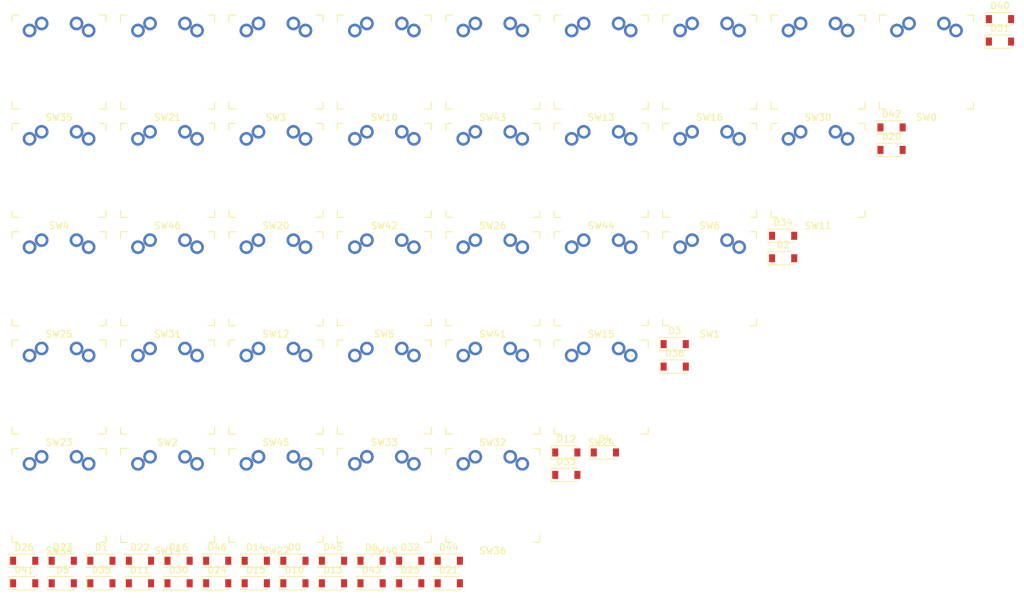
<source format=kicad_pcb>
(kicad_pcb (version 20211014) (generator pcbnew)
  (layers (0 "F.Cu" signal) (31 "B.Cu" signal) (34 "B.Paste" user) (35 "F.Paste" user) (36 "B.SilkS" user "B.Silkscreen") (37 "F.SilkS" user "F.Silkscreen") (38 "B.Mask" user) (39 "F.Mask" user) (44 "Edge.Cuts" user))
  (net 0 "")
  (net 1 "Net-(D0-Pad1)")
  (net 2 "Net-(D0-Pad2)")
  (net 4 "Net-(D1-Pad2)")
  (net 6 "Net-(D2-Pad2)")
  (net 8 "Net-(D3-Pad2)")
  (net 10 "Net-(D4-Pad2)")
  (net 12 "Net-(D5-Pad2)")
  (net 14 "Net-(D6-Pad2)")
  (net 15 "Net-(D10-Pad2)")
  (net 17 "Net-(D11-Pad2)")
  (net 19 "Net-(D12-Pad2)")
  (net 21 "Net-(D13-Pad2)")
  (net 23 "Net-(D14-Pad2)")
  (net 25 "Net-(D15-Pad2)")
  (net 27 "Net-(D16-Pad2)")
  (net 28 "Net-(D20-Pad2)")
  (net 30 "Net-(D21-Pad2)")
  (net 32 "Net-(D22-Pad2)")
  (net 34 "Net-(D23-Pad2)")
  (net 36 "Net-(D24-Pad2)")
  (net 38 "Net-(D25-Pad2)")
  (net 40 "Net-(D26-Pad2)")
  (net 41 "Net-(D30-Pad2)")
  (net 43 "Net-(D31-Pad2)")
  (net 45 "Net-(D32-Pad2)")
  (net 47 "Net-(D33-Pad2)")
  (net 49 "Net-(D34-Pad2)")
  (net 51 "Net-(D35-Pad2)")
  (net 53 "Net-(D36-Pad2)")
  (net 54 "Net-(D40-Pad2)")
  (net 56 "Net-(D41-Pad2)")
  (net 58 "Net-(D42-Pad2)")
  (net 60 "Net-(D43-Pad2)")
  (net 62 "Net-(D44-Pad2)")
  (net 64 "Net-(D45-Pad2)")
  (net 66 "Net-(D46-Pad2)")
  (footprint "Gateron Low Profile Switch:Gateron_low_profile_noled_reversible" (layer "F.Cu") (at 118.2 70.18)
    (fp_text reference "SW20" (at 0 8.255 180) (layer "F.SilkS"))
    (fp_text value "GateronLP")
    (pad "" np_thru_hole circle locked (at 0 0 180) (size 5 5) (drill 5) (layers *.Cu *.Mask))
    (pad "" np_thru_hole circle locked (at -5.5 0 180) (size 1.7018 1.7018) (drill 1.7018) (layers *.Cu *.Mask))
    (pad "" np_thru_hole circle locked (at 5.5 0 180) (size 1.7018 1.7018) (drill 1.7018) (layers *.Cu *.Mask))
    (pad "1" thru_hole circle locked (at -2.6 -5.75 180) (size 2.032 2.032) (drill 1.27) (layers *.Cu *.Mask))
    (pad "1" thru_hole circle locked (at -4.4 -4.7 180) (size 2.032 2.032) (drill 1.27) (layers *.Cu *.Mask))
    (pad "2" thru_hole circle locked (at 4.4 -4.7 180) (size 2.032 2.032) (drill 1.27) (layers *.Cu *.Mask) (net 28 "Net-(D20-Pad2)"))
    (pad "2" thru_hole circle locked (at 2.6 -5.75 180) (size 2.032 2.032) (drill 1.27) (layers *.Cu *.Mask) (net 28 "Net-(D20-Pad2)"))
  )
  (footprint "Diode_SMD:D_SOD-123" (layer "F.Cu") (at 138.2 128.38)
    (fp_text reference "D32" (at 0 -2) (layer "F.SilkS"))
    (fp_text value "1N4148W")
    (pad "1" smd rect (at -1.65 0) (size 0.9 1.2) (layers "F.Cu" "F.Paste" "F.Mask"))
    (pad "2" smd rect (at 1.65 0) (size 0.9 1.2) (layers "F.Cu" "F.Paste" "F.Mask") (net 45 "Net-(D32-Pad2)"))
  )
  (footprint "Diode_SMD:D_SOD-123" (layer "F.Cu") (at 226.05 50.98)
    (fp_text reference "D31" (at 0 -2) (layer "F.SilkS"))
    (fp_text value "1N4148W")
    (pad "1" smd rect (at -1.65 0) (size 0.9 1.2) (layers "F.Cu" "F.Paste" "F.Mask"))
    (pad "2" smd rect (at 1.65 0) (size 0.9 1.2) (layers "F.Cu" "F.Paste" "F.Mask") (net 43 "Net-(D31-Pad2)"))
  )
  (footprint "Diode_SMD:D_SOD-123" (layer "F.Cu") (at 86.45 131.73)
    (fp_text reference "D5" (at 0 -2) (layer "F.SilkS"))
    (fp_text value "1N4148W")
    (pad "1" smd rect (at -1.65 0) (size 0.9 1.2) (layers "F.Cu" "F.Paste" "F.Mask"))
    (pad "2" smd rect (at 1.65 0) (size 0.9 1.2) (layers "F.Cu" "F.Paste" "F.Mask") (net 12 "Net-(D5-Pad2)"))
  )
  (footprint "Gateron Low Profile Switch:Gateron_low_profile_noled_reversible" (layer "F.Cu") (at 134.35 54.03)
    (fp_text reference "SW10" (at 0 8.255 180) (layer "F.SilkS"))
    (fp_text value "GateronLP")
    (pad "" np_thru_hole circle locked (at 5.5 0 180) (size 1.7018 1.7018) (drill 1.7018) (layers *.Cu *.Mask))
    (pad "" np_thru_hole circle locked (at 0 0 180) (size 5 5) (drill 5) (layers *.Cu *.Mask))
    (pad "" np_thru_hole circle locked (at -5.5 0 180) (size 1.7018 1.7018) (drill 1.7018) (layers *.Cu *.Mask))
    (pad "1" thru_hole circle locked (at -4.4 -4.7 180) (size 2.032 2.032) (drill 1.27) (layers *.Cu *.Mask) (net 1 "Net-(D0-Pad1)"))
    (pad "1" thru_hole circle locked (at -2.6 -5.75 180) (size 2.032 2.032) (drill 1.27) (layers *.Cu *.Mask) (net 1 "Net-(D0-Pad1)"))
    (pad "2" thru_hole circle locked (at 4.4 -4.7 180) (size 2.032 2.032) (drill 1.27) (layers *.Cu *.Mask) (net 15 "Net-(D10-Pad2)"))
    (pad "2" thru_hole circle locked (at 2.6 -5.75 180) (size 2.032 2.032) (drill 1.27) (layers *.Cu *.Mask) (net 15 "Net-(D10-Pad2)"))
  )
  (footprint "Diode_SMD:D_SOD-123" (layer "F.Cu") (at 161.45 115.58)
    (fp_text reference "D33" (at 0 -2) (layer "F.SilkS"))
    (fp_text value "1N4148W")
    (pad "1" smd rect (at -1.65 0) (size 0.9 1.2) (layers "F.Cu" "F.Paste" "F.Mask"))
    (pad "2" smd rect (at 1.65 0) (size 0.9 1.2) (layers "F.Cu" "F.Paste" "F.Mask") (net 47 "Net-(D33-Pad2)"))
  )
  (footprint "Diode_SMD:D_SOD-123" (layer "F.Cu") (at 115.2 128.38)
    (fp_text reference "D14" (at 0 -2) (layer "F.SilkS"))
    (fp_text value "1N4148W")
    (pad "1" smd rect (at -1.65 0) (size 0.9 1.2) (layers "F.Cu" "F.Paste" "F.Mask"))
    (pad "2" smd rect (at 1.65 0) (size 0.9 1.2) (layers "F.Cu" "F.Paste" "F.Mask") (net 23 "Net-(D14-Pad2)"))
  )
  (footprint "Gateron Low Profile Switch:Gateron_low_profile_noled_reversible" (layer "F.Cu") (at 134.35 86.33)
    (fp_text reference "SW5" (at 0 8.255 180) (layer "F.SilkS"))
    (fp_text value "GateronLP")
    (pad "" np_thru_hole circle locked (at 5.5 0 180) (size 1.7018 1.7018) (drill 1.7018) (layers *.Cu *.Mask))
    (pad "" np_thru_hole circle locked (at 0 0 180) (size 5 5) (drill 5) (layers *.Cu *.Mask))
    (pad "" np_thru_hole circle locked (at -5.5 0 180) (size 1.7018 1.7018) (drill 1.7018) (layers *.Cu *.Mask))
    (pad "1" thru_hole circle locked (at -2.6 -5.75 180) (size 2.032 2.032) (drill 1.27) (layers *.Cu *.Mask))
    (pad "1" thru_hole circle locked (at -4.4 -4.7 180) (size 2.032 2.032) (drill 1.27) (layers *.Cu *.Mask))
    (pad "2" thru_hole circle locked (at 2.6 -5.75 180) (size 2.032 2.032) (drill 1.27) (layers *.Cu *.Mask) (net 12 "Net-(D5-Pad2)"))
    (pad "2" thru_hole circle locked (at 4.4 -4.7 180) (size 2.032 2.032) (drill 1.27) (layers *.Cu *.Mask) (net 12 "Net-(D5-Pad2)"))
  )
  (footprint "Gateron Low Profile Switch:Gateron_low_profile_noled_reversible" (layer "F.Cu") (at 150.5 70.18)
    (fp_text reference "SW26" (at 0 8.255 180) (layer "F.SilkS"))
    (fp_text value "GateronLP")
    (pad "" np_thru_hole circle locked (at -5.5 0 180) (size 1.7018 1.7018) (drill 1.7018) (layers *.Cu *.Mask))
    (pad "" np_thru_hole circle locked (at 5.5 0 180) (size 1.7018 1.7018) (drill 1.7018) (layers *.Cu *.Mask))
    (pad "" np_thru_hole circle locked (at 0 0 180) (size 5 5) (drill 5) (layers *.Cu *.Mask))
    (pad "1" thru_hole circle locked (at -4.4 -4.7 180) (size 2.032 2.032) (drill 1.27) (layers *.Cu *.Mask))
    (pad "1" thru_hole circle locked (at -2.6 -5.75 180) (size 2.032 2.032) (drill 1.27) (layers *.Cu *.Mask))
    (pad "2" thru_hole circle locked (at 4.4 -4.7 180) (size 2.032 2.032) (drill 1.27) (layers *.Cu *.Mask) (net 40 "Net-(D26-Pad2)"))
    (pad "2" thru_hole circle locked (at 2.6 -5.75 180) (size 2.032 2.032) (drill 1.27) (layers *.Cu *.Mask) (net 40 "Net-(D26-Pad2)"))
  )
  (footprint "Diode_SMD:D_SOD-123" (layer "F.Cu") (at 103.7 131.73)
    (fp_text reference "D30" (at 0 -2) (layer "F.SilkS"))
    (fp_text value "1N4148W")
    (pad "1" smd rect (at -1.65 0) (size 0.9 1.2) (layers "F.Cu" "F.Paste" "F.Mask") (net 1 "Net-(D0-Pad1)"))
    (pad "2" smd rect (at 1.65 0) (size 0.9 1.2) (layers "F.Cu" "F.Paste" "F.Mask") (net 41 "Net-(D30-Pad2)"))
  )
  (footprint "Gateron Low Profile Switch:Gateron_low_profile_noled_reversible" (layer "F.Cu") (at 166.65 102.48)
    (fp_text reference "SW24" (at 0 8.255 180) (layer "F.SilkS"))
    (fp_text value "GateronLP")
    (pad "" np_thru_hole circle locked (at 0 0 180) (size 5 5) (drill 5) (layers *.Cu *.Mask))
    (pad "" np_thru_hole circle locked (at -5.5 0 180) (size 1.7018 1.7018) (drill 1.7018) (layers *.Cu *.Mask))
    (pad "" np_thru_hole circle locked (at 5.5 0 180) (size 1.7018 1.7018) (drill 1.7018) (layers *.Cu *.Mask))
    (pad "1" thru_hole circle locked (at -4.4 -4.7 180) (size 2.032 2.032) (drill 1.27) (layers *.Cu *.Mask))
    (pad "1" thru_hole circle locked (at -2.6 -5.75 180) (size 2.032 2.032) (drill 1.27) (layers *.Cu *.Mask))
    (pad "2" thru_hole circle locked (at 2.6 -5.75 180) (size 2.032 2.032) (drill 1.27) (layers *.Cu *.Mask) (net 36 "Net-(D24-Pad2)"))
    (pad "2" thru_hole circle locked (at 4.4 -4.7 180) (size 2.032 2.032) (drill 1.27) (layers *.Cu *.Mask) (net 36 "Net-(D24-Pad2)"))
  )
  (footprint "Gateron Low Profile Switch:Gateron_low_profile_noled_reversible" (layer "F.Cu") (at 102.05 102.48)
    (fp_text reference "SW2" (at 0 8.255 180) (layer "F.SilkS"))
    (fp_text value "GateronLP")
    (pad "" np_thru_hole circle locked (at 0 0 180) (size 5 5) (drill 5) (layers *.Cu *.Mask))
    (pad "" np_thru_hole circle locked (at -5.5 0 180) (size 1.7018 1.7018) (drill 1.7018) (layers *.Cu *.Mask))
    (pad "" np_thru_hole circle locked (at 5.5 0 180) (size 1.7018 1.7018) (drill 1.7018) (layers *.Cu *.Mask))
    (pad "1" thru_hole circle locked (at -4.4 -4.7 180) (size 2.032 2.032) (drill 1.27) (layers *.Cu *.Mask))
    (pad "1" thru_hole circle locked (at -2.6 -5.75 180) (size 2.032 2.032) (drill 1.27) (layers *.Cu *.Mask))
    (pad "2" thru_hole circle locked (at 2.6 -5.75 180) (size 2.032 2.032) (drill 1.27) (layers *.Cu *.Mask) (net 6 "Net-(D2-Pad2)"))
    (pad "2" thru_hole circle locked (at 4.4 -4.7 180) (size 2.032 2.032) (drill 1.27) (layers *.Cu *.Mask) (net 6 "Net-(D2-Pad2)"))
  )
  (footprint "Gateron Low Profile Switch:Gateron_low_profile_noled_reversible" (layer "F.Cu") (at 102.05 118.63)
    (fp_text reference "SW14" (at 0 8.255 180) (layer "F.SilkS"))
    (fp_text value "GateronLP")
    (pad "" np_thru_hole circle locked (at 0 0 180) (size 5 5) (drill 5) (layers *.Cu *.Mask))
    (pad "" np_thru_hole circle locked (at -5.5 0 180) (size 1.7018 1.7018) (drill 1.7018) (layers *.Cu *.Mask))
    (pad "" np_thru_hole circle locked (at 5.5 0 180) (size 1.7018 1.7018) (drill 1.7018) (layers *.Cu *.Mask))
    (pad "1" thru_hole circle locked (at -4.4 -4.7 180) (size 2.032 2.032) (drill 1.27) (layers *.Cu *.Mask))
    (pad "1" thru_hole circle locked (at -2.6 -5.75 180) (size 2.032 2.032) (drill 1.27) (layers *.Cu *.Mask))
    (pad "2" thru_hole circle locked (at 2.6 -5.75 180) (size 2.032 2.032) (drill 1.27) (layers *.Cu *.Mask) (net 23 "Net-(D14-Pad2)"))
    (pad "2" thru_hole circle locked (at 4.4 -4.7 180) (size 2.032 2.032) (drill 1.27) (layers *.Cu *.Mask) (net 23 "Net-(D14-Pad2)"))
  )
  (footprint "Diode_SMD:D_SOD-123" (layer "F.Cu") (at 177.6 96.08)
    (fp_text reference "D3" (at 0 -2) (layer "F.SilkS"))
    (fp_text value "1N4148W")
    (pad "1" smd rect (at -1.65 0) (size 0.9 1.2) (layers "F.Cu" "F.Paste" "F.Mask"))
    (pad "2" smd rect (at 1.65 0) (size 0.9 1.2) (layers "F.Cu" "F.Paste" "F.Mask") (net 8 "Net-(D3-Pad2)"))
  )
  (footprint "Gateron Low Profile Switch:Gateron_low_profile_noled_reversible" (layer "F.Cu") (at 150.5 86.33)
    (fp_text reference "SW41" (at 0 8.255 180) (layer "F.SilkS"))
    (fp_text value "GateronLP")
    (pad "" np_thru_hole circle locked (at -5.5 0 180) (size 1.7018 1.7018) (drill 1.7018) (layers *.Cu *.Mask))
    (pad "" np_thru_hole circle locked (at 5.5 0 180) (size 1.7018 1.7018) (drill 1.7018) (layers *.Cu *.Mask))
    (pad "" np_thru_hole circle locked (at 0 0 180) (size 5 5) (drill 5) (layers *.Cu *.Mask))
    (pad "1" thru_hole circle locked (at -2.6 -5.75 180) (size 2.032 2.032) (drill 1.27) (layers *.Cu *.Mask))
    (pad "1" thru_hole circle locked (at -4.4 -4.7 180) (size 2.032 2.032) (drill 1.27) (layers *.Cu *.Mask))
    (pad "2" thru_hole circle locked (at 4.4 -4.7 180) (size 2.032 2.032) (drill 1.27) (layers *.Cu *.Mask) (net 56 "Net-(D41-Pad2)"))
    (pad "2" thru_hole circle locked (at 2.6 -5.75 180) (size 2.032 2.032) (drill 1.27) (layers *.Cu *.Mask) (net 56 "Net-(D41-Pad2)"))
  )
  (footprint "Gateron Low Profile Switch:Gateron_low_profile_noled_reversible" (layer "F.Cu") (at 198.95 54.03)
    (fp_text reference "SW30" (at 0 8.255 180) (layer "F.SilkS"))
    (fp_text value "GateronLP")
    (pad "" np_thru_hole circle locked (at 5.5 0 180) (size 1.7018 1.7018) (drill 1.7018) (layers *.Cu *.Mask))
    (pad "" np_thru_hole circle locked (at -5.5 0 180) (size 1.7018 1.7018) (drill 1.7018) (layers *.Cu *.Mask))
    (pad "" np_thru_hole circle locked (at 0 0 180) (size 5 5) (drill 5) (layers *.Cu *.Mask))
    (pad "1" thru_hole circle locked (at -4.4 -4.7 180) (size 2.032 2.032) (drill 1.27) (layers *.Cu *.Mask))
    (pad "1" thru_hole circle locked (at -2.6 -5.75 180) (size 2.032 2.032) (drill 1.27) (layers *.Cu *.Mask))
    (pad "2" thru_hole circle locked (at 4.4 -4.7 180) (size 2.032 2.032) (drill 1.27) (layers *.Cu *.Mask) (net 41 "Net-(D30-Pad2)"))
    (pad "2" thru_hole circle locked (at 2.6 -5.75 180) (size 2.032 2.032) (drill 1.27) (layers *.Cu *.Mask) (net 41 "Net-(D30-Pad2)"))
  )
  (footprint "Gateron Low Profile Switch:Gateron_low_profile_noled_reversible" (layer "F.Cu") (at 85.9 118.63)
    (fp_text reference "SW34" (at 0 8.255 180) (layer "F.SilkS"))
    (fp_text value "GateronLP")
    (pad "" np_thru_hole circle locked (at -5.5 0 180) (size 1.7018 1.7018) (drill 1.7018) (layers *.Cu *.Mask))
    (pad "" np_thru_hole circle locked (at 5.5 0 180) (size 1.7018 1.7018) (drill 1.7018) (layers *.Cu *.Mask))
    (pad "" np_thru_hole circle locked (at 0 0 180) (size 5 5) (drill 5) (layers *.Cu *.Mask))
    (pad "1" thru_hole circle locked (at -2.6 -5.75 180) (size 2.032 2.032) (drill 1.27) (layers *.Cu *.Mask))
    (pad "1" thru_hole circle locked (at -4.4 -4.7 180) (size 2.032 2.032) (drill 1.27) (layers *.Cu *.Mask))
    (pad "2" thru_hole circle locked (at 2.6 -5.75 180) (size 2.032 2.032) (drill 1.27) (layers *.Cu *.Mask) (net 49 "Net-(D34-Pad2)"))
    (pad "2" thru_hole circle locked (at 4.4 -4.7 180) (size 2.032 2.032) (drill 1.27) (layers *.Cu *.Mask) (net 49 "Net-(D34-Pad2)"))
  )
  (footprint "Gateron Low Profile Switch:Gateron_low_profile_noled_reversible" (layer "F.Cu") (at 182.8 54.03)
    (fp_text reference "SW16" (at 0 8.255 180) (layer "F.SilkS"))
    (fp_text value "GateronLP")
    (pad "" np_thru_hole circle locked (at -5.5 0 180) (size 1.7018 1.7018) (drill 1.7018) (layers *.Cu *.Mask))
    (pad "" np_thru_hole circle locked (at 5.5 0 180) (size 1.7018 1.7018) (drill 1.7018) (layers *.Cu *.Mask))
    (pad "" np_thru_hole circle locked (at 0 0 180) (size 5 5) (drill 5) (layers *.Cu *.Mask))
    (pad "1" thru_hole circle locked (at -4.4 -4.7 180) (size 2.032 2.032) (drill 1.27) (layers *.Cu *.Mask))
    (pad "1" thru_hole circle locked (at -2.6 -5.75 180) (size 2.032 2.032) (drill 1.27) (layers *.Cu *.Mask))
    (pad "2" thru_hole circle locked (at 2.6 -5.75 180) (size 2.032 2.032) (drill 1.27) (layers *.Cu *.Mask) (net 27 "Net-(D16-Pad2)"))
    (pad "2" thru_hole circle locked (at 4.4 -4.7 180) (size 2.032 2.032) (drill 1.27) (layers *.Cu *.Mask) (net 27 "Net-(D16-Pad2)"))
  )
  (footprint "Diode_SMD:D_SOD-123" (layer "F.Cu") (at 80.7 128.38)
    (fp_text reference "D26" (at 0 -2) (layer "F.SilkS"))
    (fp_text value "1N4148W")
    (pad "1" smd rect (at -1.65 0) (size 0.9 1.2) (layers "F.Cu" "F.Paste" "F.Mask"))
    (pad "2" smd rect (at 1.65 0) (size 0.9 1.2) (layers "F.Cu" "F.Paste" "F.Mask") (net 40 "Net-(D26-Pad2)"))
  )
  (footprint "Diode_SMD:D_SOD-123" (layer "F.Cu") (at 126.7 128.38)
    (fp_text reference "D45" (at 0 -2) (layer "F.SilkS"))
    (fp_text value "1N4148W")
    (pad "1" smd rect (at -1.65 0) (size 0.9 1.2) (layers "F.Cu" "F.Paste" "F.Mask"))
    (pad "2" smd rect (at 1.65 0) (size 0.9 1.2) (layers "F.Cu" "F.Paste" "F.Mask") (net 64 "Net-(D45-Pad2)"))
  )
  (footprint "Gateron Low Profile Switch:Gateron_low_profile_noled_reversible" (layer "F.Cu") (at 182.8 86.33)
    (fp_text reference "SW1" (at 0 8.255 180) (layer "F.SilkS"))
    (fp_text value "GateronLP")
    (pad "" np_thru_hole circle locked (at -5.5 0 180) (size 1.7018 1.7018) (drill 1.7018) (layers *.Cu *.Mask))
    (pad "" np_thru_hole circle locked (at 0 0 180) (size 5 5) (drill 5) (layers *.Cu *.Mask))
    (pad "" np_thru_hole circle locked (at 5.5 0 180) (size 1.7018 1.7018) (drill 1.7018) (layers *.Cu *.Mask))
    (pad "1" thru_hole circle locked (at -4.4 -4.7 180) (size 2.032 2.032) (drill 1.27) (layers *.Cu *.Mask))
    (pad "1" thru_hole circle locked (at -2.6 -5.75 180) (size 2.032 2.032) (drill 1.27) (layers *.Cu *.Mask))
    (pad "2" thru_hole circle locked (at 2.6 -5.75 180) (size 2.032 2.032) (drill 1.27) (layers *.Cu *.Mask) (net 4 "Net-(D1-Pad2)"))
    (pad "2" thru_hole circle locked (at 4.4 -4.7 180) (size 2.032 2.032) (drill 1.27) (layers *.Cu *.Mask) (net 4 "Net-(D1-Pad2)"))
  )
  (footprint "Diode_SMD:D_SOD-123" (layer "F.Cu") (at 143.95 128.38)
    (fp_text reference "D44" (at 0 -2) (layer "F.SilkS"))
    (fp_text value "1N4148W")
    (pad "1" smd rect (at -1.65 0) (size 0.9 1.2) (layers "F.Cu" "F.Paste" "F.Mask"))
    (pad "2" smd rect (at 1.65 0) (size 0.9 1.2) (layers "F.Cu" "F.Paste" "F.Mask") (net 62 "Net-(D44-Pad2)"))
  )
  (footprint "Diode_SMD:D_SOD-123" (layer "F.Cu") (at 209.9 67.13)
    (fp_text reference "D20" (at 0 -2) (layer "F.SilkS"))
    (fp_text value "1N4148W")
    (pad "1" smd rect (at -1.65 0) (size 0.9 1.2) (layers "F.Cu" "F.Paste" "F.Mask") (net 1 "Net-(D0-Pad1)"))
    (pad "2" smd rect (at 1.65 0) (size 0.9 1.2) (layers "F.Cu" "F.Paste" "F.Mask") (net 28 "Net-(D20-Pad2)"))
  )
  (footprint "Gateron Low Profile Switch:Gateron_low_profile_noled_reversible" (layer "F.Cu") (at 85.9 102.48)
    (fp_text reference "SW23" (at 0 8.255 180) (layer "F.SilkS"))
    (fp_text value "GateronLP")
    (pad "" np_thru_hole circle locked (at 0 0 180) (size 5 5) (drill 5) (layers *.Cu *.Mask))
    (pad "" np_thru_hole circle locked (at -5.5 0 180) (size 1.7018 1.7018) (drill 1.7018) (layers *.Cu *.Mask))
    (pad "" np_thru_hole circle locked (at 5.5 0 180) (size 1.7018 1.7018) (drill 1.7018) (layers *.Cu *.Mask))
    (pad "1" thru_hole circle locked (at -4.4 -4.7 180) (size 2.032 2.032) (drill 1.27) (layers *.Cu *.Mask))
    (pad "1" thru_hole circle locked (at -2.6 -5.75 180) (size 2.032 2.032) (drill 1.27) (layers *.Cu *.Mask))
    (pad "2" thru_hole circle locked (at 2.6 -5.75 180) (size 2.032 2.032) (drill 1.27) (layers *.Cu *.Mask) (net 34 "Net-(D23-Pad2)"))
    (pad "2" thru_hole circle locked (at 4.4 -4.7 180) (size 2.032 2.032) (drill 1.27) (layers *.Cu *.Mask) (net 34 "Net-(D23-Pad2)"))
  )
  (footprint "Gateron Low Profile Switch:Gateron_low_profile_noled_reversible" (layer "F.Cu") (at 150.5 54.03)
    (fp_text reference "SW43" (at 0 8.255 180) (layer "F.SilkS"))
    (fp_text value "GateronLP")
    (pad "" np_thru_hole circle locked (at 0 0 180) (size 5 5) (drill 5) (layers *.Cu *.Mask))
    (pad "" np_thru_hole circle locked (at 5.5 0 180) (size 1.7018 1.7018) (drill 1.7018) (layers *.Cu *.Mask))
    (pad "" np_thru_hole circle locked (at -5.5 0 180) (size 1.7018 1.7018) (drill 1.7018) (layers *.Cu *.Mask))
    (pad "1" thru_hole circle locked (at -2.6 -5.75 180) (size 2.032 2.032) (drill 1.27) (layers *.Cu *.Mask))
    (pad "1" thru_hole circle locked (at -4.4 -4.7 180) (size 2.032 2.032) (drill 1.27) (layers *.Cu *.Mask))
    (pad "2" thru_hole circle locked (at 4.4 -4.7 180) (size 2.032 2.032) (drill 1.27) (layers *.Cu *.Mask) (net 60 "Net-(D43-Pad2)"))
    (pad "2" thru_hole circle locked (at 2.6 -5.75 180) (size 2.032 2.032) (drill 1.27) (layers *.Cu *.Mask) (net 60 "Net-(D43-Pad2)"))
  )
  (footprint "Gateron Low Profile Switch:Gateron_low_profile_noled_reversible" (layer "F.Cu") (at 134.35 70.18)
    (fp_text reference "SW42" (at 0 8.255 180) (layer "F.SilkS"))
    (fp_text value "GateronLP")
    (pad "" np_thru_hole circle locked (at 5.5 0 180) (size 1.7018 1.7018) (drill 1.7018) (layers *.Cu *.Mask))
    (pad "" np_thru_hole circle locked (at -5.5 0 180) (size 1.7018 1.7018) (drill 1.7018) (layers *.Cu *.Mask))
    (pad "" np_thru_hole circle locked (at 0 0 180) (size 5 5) (drill 5) (layers *.Cu *.Mask))
    (pad "1" thru_hole circle locked (at -2.6 -5.75 180) (size 2.032 2.032) (drill 1.27) (layers *.Cu *.Mask))
    (pad "1" thru_hole circle locked (at -4.4 -4.7 180) (size 2.032 2.032) (drill 1.27) (layers *.Cu *.Mask))
    (pad "2" thru_hole circle locked (at 4.4 -4.7 180) (size 2.032 2.032) (drill 1.27) (layers *.Cu *.Mask) (net 58 "Net-(D42-Pad2)"))
    (pad "2" thru_hole circle locked (at 2.6 -5.75 180) (size 2.032 2.032) (drill 1.27) (layers *.Cu *.Mask) (net 58 "Net-(D42-Pad2)"))
  )
  (footprint "Gateron Low Profile Switch:Gateron_low_profile_noled_reversible" (layer "F.Cu") (at 182.8 70.18)
    (fp_text reference "SW6" (at 0 8.255 180) (layer "F.SilkS"))
    (fp_text value "GateronLP")
    (pad "" np_thru_hole circle locked (at 0 0 180) (size 5 5) (drill 5) (layers *.Cu *.Mask))
    (pad "" np_thru_hole circle locked (at -5.5 0 180) (size 1.7018 1.7018) (drill 1.7018) (layers *.Cu *.Mask))
    (pad "" np_thru_hole circle locked (at 5.5 0 180) (size 1.7018 1.7018) (drill 1.7018) (layers *.Cu *.Mask))
    (pad "1" thru_hole circle locked (at -4.4 -4.7 180) (size 2.032 2.032) (drill 1.27) (layers *.Cu *.Mask))
    (pad "1" thru_hole circle locked (at -2.6 -5.75 180) (size 2.032 2.032) (drill 1.27) (layers *.Cu *.Mask))
    (pad "2" thru_hole circle locked (at 4.4 -4.7 180) (size 2.032 2.032) (drill 1.27) (layers *.Cu *.Mask) (net 14 "Net-(D6-Pad2)"))
    (pad "2" thru_hole circle locked (at 2.6 -5.75 180) (size 2.032 2.032) (drill 1.27) (layers *.Cu *.Mask) (net 14 "Net-(D6-Pad2)"))
  )
  (footprint "Diode_SMD:D_SOD-123" (layer "F.Cu") (at 109.45 131.73)
    (fp_text reference "D24" (at 0 -2) (layer "F.SilkS"))
    (fp_text value "1N4148W")
    (pad "1" smd rect (at -1.65 0) (size 0.9 1.2) (layers "F.Cu" "F.Paste" "F.Mask"))
    (pad "2" smd rect (at 1.65 0) (size 0.9 1.2) (layers "F.Cu" "F.Paste" "F.Mask") (net 36 "Net-(D24-Pad2)"))
  )
  (footprint "Gateron Low Profile Switch:Gateron_low_profile_noled_reversible" (layer "F.Cu") (at 85.9 70.18)
    (fp_text reference "SW4" (at 0 8.255 180) (layer "F.SilkS"))
    (fp_text value "GateronLP")
    (pad "" np_thru_hole circle locked (at 5.5 0 180) (size 1.7018 1.7018) (drill 1.7018) (layers *.Cu *.Mask))
    (pad "" np_thru_hole circle locked (at -5.5 0 180) (size 1.7018 1.7018) (drill 1.7018) (layers *.Cu *.Mask))
    (pad "" np_thru_hole circle locked (at 0 0 180) (size 5 5) (drill 5) (layers *.Cu *.Mask))
    (pad "1" thru_hole circle locked (at -2.6 -5.75 180) (size 2.032 2.032) (drill 1.27) (layers *.Cu *.Mask))
    (pad "1" thru_hole circle locked (at -4.4 -4.7 180) (size 2.032 2.032) (drill 1.27) (layers *.Cu *.Mask))
    (pad "2" thru_hole circle locked (at 2.6 -5.75 180) (size 2.032 2.032) (drill 1.27) (layers *.Cu *.Mask) (net 10 "Net-(D4-Pad2)"))
    (pad "2" thru_hole circle locked (at 4.4 -4.7 180) (size 2.032 2.032) (drill 1.27) (layers *.Cu *.Mask) (net 10 "Net-(D4-Pad2)"))
  )
  (footprint "Diode_SMD:D_SOD-123" (layer "F.Cu") (at 80.7 131.73)
    (fp_text reference "D41" (at 0 -2) (layer "F.SilkS"))
    (fp_text value "1N4148W")
    (pad "1" smd rect (at -1.65 0) (size 0.9 1.2) (layers "F.Cu" "F.Paste" "F.Mask"))
    (pad "2" smd rect (at 1.65 0) (size 0.9 1.2) (layers "F.Cu" "F.Paste" "F.Mask") (net 56 "Net-(D41-Pad2)"))
  )
  (footprint "Diode_SMD:D_SOD-123" (layer "F.Cu") (at 177.6 99.43)
    (fp_text reference "D36" (at 0 -2) (layer "F.SilkS"))
    (fp_text value "1N4148W")
    (pad "1" smd rect (at -1.65 0) (size 0.9 1.2) (layers "F.Cu" "F.Paste" "F.Mask"))
    (pad "2" smd rect (at 1.65 0) (size 0.9 1.2) (layers "F.Cu" "F.Paste" "F.Mask") (net 53 "Net-(D36-Pad2)"))
  )
  (footprint "Gateron Low Profile Switch:Gateron_low_profile_noled_reversible" (layer "F.Cu") (at 166.65 86.33)
    (fp_text reference "SW15" (at 0 8.255 180) (layer "F.SilkS"))
    (fp_text value "GateronLP")
    (pad "" np_thru_hole circle locked (at 5.5 0 180) (size 1.7018 1.7018) (drill 1.7018) (layers *.Cu *.Mask))
    (pad "" np_thru_hole circle locked (at 0 0 180) (size 5 5) (drill 5) (layers *.Cu *.Mask))
    (pad "" np_thru_hole circle locked (at -5.5 0 180) (size 1.7018 1.7018) (drill 1.7018) (layers *.Cu *.Mask))
    (pad "1" thru_hole circle locked (at -2.6 -5.75 180) (size 2.032 2.032) (drill 1.27) (layers *.Cu *.Mask))
    (pad "1" thru_hole circle locked (at -4.4 -4.7 180) (size 2.032 2.032) (drill 1.27) (layers *.Cu *.Mask))
    (pad "2" thru_hole circle locked (at 2.6 -5.75 180) (size 2.032 2.032) (drill 1.27) (layers *.Cu *.Mask) (net 25 "Net-(D15-Pad2)"))
    (pad "2" thru_hole circle locked (at 4.4 -4.7 180) (size 2.032 2.032) (drill 1.27) (layers *.Cu *.Mask) (net 25 "Net-(D15-Pad2)"))
  )
  (footprint "Diode_SMD:D_SOD-123" (layer "F.Cu") (at 132.45 128.38)
    (fp_text reference "D6" (at 0 -2) (layer "F.SilkS"))
    (fp_text value "1N4148W")
    (pad "1" smd rect (at -1.65 0) (size 0.9 1.2) (layers "F.Cu" "F.Paste" "F.Mask"))
    (pad "2" smd rect (at 1.65 0) (size 0.9 1.2) (layers "F.Cu" "F.Paste" "F.Mask") (net 14 "Net-(D6-Pad2)"))
  )
  (footprint "Gateron Low Profile Switch:Gateron_low_profile_noled_reversible" (layer "F.Cu") (at 118.2 86.33)
    (fp_text reference "SW12" (at 0 8.255 180) (layer "F.SilkS"))
    (fp_text value "GateronLP")
    (pad "" np_thru_hole circle locked (at 5.5 0 180) (size 1.7018 1.7018) (drill 1.7018) (layers *.Cu *.Mask))
    (pad "" np_thru_hole circle locked (at 0 0 180) (size 5 5) (drill 5) (layers *.Cu *.Mask))
    (pad "" np_thru_hole circle locked (at -5.5 0 180) (size 1.7018 1.7018) (drill 1.7018) (layers *.Cu *.Mask))
    (pad "1" thru_hole circle locked (at -2.6 -5.75 180) (size 2.032 2.032) (drill 1.27) (layers *.Cu *.Mask))
    (pad "1" thru_hole circle locked (at -4.4 -4.7 180) (size 2.032 2.032) (drill 1.27) (layers *.Cu *.Mask))
    (pad "2" thru_hole circle locked (at 4.4 -4.7 180) (size 2.032 2.032) (drill 1.27) (layers *.Cu *.Mask) (net 19 "Net-(D12-Pad2)"))
    (pad "2" thru_hole circle locked (at 2.6 -5.75 180) (size 2.032 2.032) (drill 1.27) (layers *.Cu *.Mask) (net 19 "Net-(D12-Pad2)"))
  )
  (footprint "Diode_SMD:D_SOD-123" (layer "F.Cu") (at 226.05 47.63)
    (fp_text reference "D40" (at 0 -2) (layer "F.SilkS"))
    (fp_text value "1N4148W")
    (pad "1" smd rect (at -1.65 0) (size 0.9 1.2) (layers "F.Cu" "F.Paste" "F.Mask") (net 1 "Net-(D0-Pad1)"))
    (pad "2" smd rect (at 1.65 0) (size 0.9 1.2) (layers "F.Cu" "F.Paste" "F.Mask") (net 54 "Net-(D40-Pad2)"))
  )
  (footprint "Diode_SMD:D_SOD-123" (layer "F.Cu") (at 143.95 131.73)
    (fp_text reference "D21" (at 0 -2) (layer "F.SilkS"))
    (fp_text value "1N4148W")
    (pad "1" smd rect (at -1.65 0) (size 0.9 1.2) (layers "F.Cu" "F.Paste" "F.Mask"))
    (pad "2" smd rect (at 1.65 0) (size 0.9 1.2) (layers "F.Cu" "F.Paste" "F.Mask") (net 30 "Net-(D21-Pad2)"))
  )
  (footprint "Diode_SMD:D_SOD-123" (layer "F.Cu") (at 132.45 131.73)
    (fp_text reference "D43" (at 0 -2) (layer "F.SilkS"))
    (fp_text value "1N4148W")
    (pad "1" smd rect (at -1.65 0) (size 0.9 1.2) (layers "F.Cu" "F.Paste" "F.Mask"))
    (pad "2" smd rect (at 1.65 0) (size 0.9 1.2) (layers "F.Cu" "F.Paste" "F.Mask") (net 60 "Net-(D43-Pad2)"))
  )
  (footprint "Gateron Low Profile Switch:Gateron_low_profile_noled_reversible" (layer "F.Cu") (at 166.65 54.03)
    (fp_text reference "SW13" (at 0 8.255 180) (layer "F.SilkS"))
    (fp_text value "GateronLP")
    (pad "" np_thru_hole circle locked (at 0 0 180) (size 5 5) (drill 5) (layers *.Cu *.Mask))
    (pad "" np_thru_hole circle locked (at -5.5 0 180) (size 1.7018 1.7018) (drill 1.7018) (layers *.Cu *.Mask))
    (pad "" np_thru_hole circle locked (at 5.5 0 180) (size 1.7018 1.7018) (drill 1.7018) (layers *.Cu *.Mask))
    (pad "1" thru_hole circle locked (at -4.4 -4.7 180) (size 2.032 2.032) (drill 1.27) (layers *.Cu *.Mask))
    (pad "1" thru_hole circle locked (at -2.6 -5.75 180) (size 2.032 2.032) (drill 1.27) (layers *.Cu *.Mask))
    (pad "2" thru_hole circle locked (at 2.6 -5.75 180) (size 2.032 2.032) (drill 1.27) (layers *.Cu *.Mask) (net 21 "Net-(D13-Pad2)"))
    (pad "2" thru_hole circle locked (at 4.4 -4.7 180) (size 2.032 2.032) (drill 1.27) (layers *.Cu *.Mask) (net 21 "Net-(D13-Pad2)"))
  )
  (footprint "Gateron Low Profile Switch:Gateron_low_profile_noled_reversible" (layer "F.Cu") (at 102.05 70.18)
    (fp_text reference "SW46" (at 0 8.255 180) (layer "F.SilkS"))
    (fp_text value "GateronLP")
    (pad "" np_thru_hole circle locked (at -5.5 0 180) (size 1.7018 1.7018) (drill 1.7018) (layers *.Cu *.Mask))
    (pad "" np_thru_hole circle locked (at 5.5 0 180) (size 1.7018 1.7018) (drill 1.7018) (layers *.Cu *.Mask))
    (pad "" np_thru_hole circle locked (at 0 0 180) (size 5 5) (drill 5) (layers *.Cu *.Mask))
    (pad "1" thru_hole circle locked (at -4.4 -4.7 180) (size 2.032 2.032) (drill 1.27) (layers *.Cu *.Mask))
    (pad "1" thru_hole circle locked (at -2.6 -5.75 180) (size 2.032 2.032) (drill 1.27) (layers *.Cu *.Mask))
    (pad "2" thru_hole circle locked (at 2.6 -5.75 180) (size 2.032 2.032) (drill 1.27) (layers *.Cu *.Mask) (net 66 "Net-(D46-Pad2)"))
    (pad "2" thru_hole circle locked (at 4.4 -4.7 180) (size 2.032 2.032) (drill 1.27) (layers *.Cu *.Mask) (net 66 "Net-(D46-Pad2)"))
  )
  (footprint "Gateron Low Profile Switch:Gateron_low_profile_noled_reversible" (layer "F.Cu") (at 102.05 86.33)
    (fp_text reference "SW31" (at 0 8.255 180) (layer "F.SilkS"))
    (fp_text value "GateronLP")
    (pad "" np_thru_hole circle locked (at 0 0 180) (size 5 5) (drill 5) (layers *.Cu *.Mask))
    (pad "" np_thru_hole circle locked (at 5.5 0 180) (size 1.7018 1.7018) (drill 1.7018) (layers *.Cu *.Mask))
    (pad "" np_thru_hole circle locked (at -5.5 0 180) (size 1.7018 1.7018) (drill 1.7018) (layers *.Cu *.Mask))
    (pad "1" thru_hole circle locked (at -2.6 -5.75 180) (size 2.032 2.032) (drill 1.27) (layers *.Cu *.Mask))
    (pad "1" thru_hole circle locked (at -4.4 -4.7 180) (size 2.032 2.032) (drill 1.27) (layers *.Cu *.Mask))
    (pad "2" thru_hole circle locked (at 4.4 -4.7 180) (size 2.032 2.032) (drill 1.27) (layers *.Cu *.Mask) (net 43 "Net-(D31-Pad2)"))
    (pad "2" thru_hole circle locked (at 2.6 -5.75 180) (size 2.032 2.032) (drill 1.27) (layers *.Cu *.Mask) (net 43 "Net-(D31-Pad2)"))
  )
  (footprint "Diode_SMD:D_SOD-123" (layer "F.Cu") (at 109.45 128.38)
    (fp_text reference "D46" (at 0 -2) (layer "F.SilkS"))
    (fp_text value "1N4148W")
    (pad "1" smd rect (at -1.65 0) (size 0.9 1.2) (layers "F.Cu" "F.Paste" "F.Mask"))
    (pad "2" smd rect (at 1.65 0) (size 0.9 1.2) (layers "F.Cu" "F.Paste" "F.Mask") (net 66 "Net-(D46-Pad2)"))
  )
  (footprint "Diode_SMD:D_SOD-123" (layer "F.Cu") (at 97.95 131.73)
    (fp_text reference "D11" (at 0 -2) (layer "F.SilkS"))
    (fp_text value "1N4148W")
    (pad "1" smd rect (at -1.65 0) (size 0.9 1.2) (layers "F.Cu" "F.Paste" "F.Mask"))
    (pad "2" smd rect (at 1.65 0) (size 0.9 1.2) (layers "F.Cu" "F.Paste" "F.Mask") (net 17 "Net-(D11-Pad2)"))
  )
  (footprint "Diode_SMD:D_SOD-123" (layer "F.Cu") (at 120.95 131.73)
    (fp_text reference "D10" (at 0 -2) (layer "F.SilkS"))
    (fp_text value "1N4148W")
    (pad "1" smd rect (at -1.65 0) (size 0.9 1.2) (layers "F.Cu" "F.Paste" "F.Mask") (net 1 "Net-(D0-Pad1)"))
    (pad "2" smd rect (at 1.65 0) (size 0.9 1.2) (layers "F.Cu" "F.Paste" "F.Mask") (net 15 "Net-(D10-Pad2)"))
  )
  (footprint "Gateron Low Profile Switch:Gateron_low_profile_noled_reversible" (layer "F.Cu") (at 150.5 102.48)
    (fp_text reference "SW32" (at 0 8.255 180) (layer "F.SilkS"))
    (fp_text value "GateronLP")
    (pad "" np_thru_hole circle locked (at 0 0 180) (size 5 5) (drill 5) (layers *.Cu *.Mask))
    (pad "" np_thru_hole circle locked (at -5.5 0 180) (size 1.7018 1.7018) (drill 1.7018) (layers *.Cu *.Mask))
    (pad "" np_thru_hole circle locked (at 5.5 0 180) (size 1.7018 1.7018) (drill 1.7018) (layers *.Cu *.Mask))
    (pad "1" thru_hole circle locked (at -4.4 -4.7 180) (size 2.032 2.032) (drill 1.27) (layers *.Cu *.Mask))
    (pad "1" thru_hole circle locked (at -2.6 -5.75 180) (size 2.032 2.032) (drill 1.27) (layers *.Cu *.Mask))
    (pad "2" thru_hole circle locked (at 2.6 -5.75 180) (size 2.032 2.032) (drill 1.27) (layers *.Cu *.Mask) (net 45 "Net-(D32-Pad2)"))
    (pad "2" thru_hole circle locked (at 4.4 -4.7 180) (size 2.032 2.032) (drill 1.27) (layers *.Cu *.Mask) (net 45 "Net-(D32-Pad2)"))
  )
  (footprint "Diode_SMD:D_SOD-123" (layer "F.Cu") (at 115.2 131.73)
    (fp_text reference "D15" (at 0 -2) (layer "F.SilkS"))
    (fp_text value "1N4148W")
    (pad "1" smd rect (at -1.65 0) (size 0.9 1.2) (layers "F.Cu" "F.Paste" "F.Mask"))
    (pad "2" smd rect (at 1.65 0) (size 0.9 1.2) (layers "F.Cu" "F.Paste" "F.Mask") (net 25 "Net-(D15-Pad2)"))
  )
  (footprint "Diode_SMD:D_SOD-123" (layer "F.Cu") (at 167.2 112.23)
    (fp_text reference "D4" (at 0 -2) (layer "F.SilkS"))
    (fp_text value "1N4148W")
    (pad "1" smd rect (at -1.65 0) (size 0.9 1.2) (layers "F.Cu" "F.Paste" "F.Mask"))
    (pad "2" smd rect (at 1.65 0) (size 0.9 1.2) (layers "F.Cu" "F.Paste" "F.Mask") (net 10 "Net-(D4-Pad2)"))
  )
  (footprint "Diode_SMD:D_SOD-123" (layer "F.Cu") (at 120.95 128.38)
    (fp_text reference "D0" (at 0 -2) (layer "F.SilkS"))
    (fp_text value "1N4148W")
    (pad "1" smd rect (at -1.65 0) (size 0.9 1.2) (layers "F.Cu" "F.Paste" "F.Mask") (net 1 "Net-(D0-Pad1)"))
    (pad "2" smd rect (at 1.65 0) (size 0.9 1.2) (layers "F.Cu" "F.Paste" "F.Mask") (net 2 "Net-(D0-Pad2)"))
  )
  (footprint "Gateron Low Profile Switch:Gateron_low_profile_noled_reversible" (layer "F.Cu") (at 85.9 86.33)
    (fp_text reference "SW25" (at 0 8.255 180) (layer "F.SilkS"))
    (fp_text value "GateronLP")
    (pad "" np_thru_hole circle locked (at 5.5 0 180) (size 1.7018 1.7018) (drill 1.7018) (layers *.Cu *.Mask))
    (pad "" np_thru_hole circle locked (at 0 0 180) (size 5 5) (drill 5) (layers *.Cu *.Mask))
    (pad "" np_thru_hole circle locked (at -5.5 0 180) (size 1.7018 1.7018) (drill 1.7018) (layers *.Cu *.Mask))
    (pad "1" thru_hole circle locked (at -4.4 -4.7 180) (size 2.032 2.032) (drill 1.27) (layers *.Cu *.Mask))
    (pad "1" thru_hole circle locked (at -2.6 -5.75 180) (size 2.032 2.032) (drill 1.27) (layers *.Cu *.Mask))
    (pad "2" thru_hole circle locked (at 2.6 -5.75 180) (size 2.032 2.032) (drill 1.27) (layers *.Cu *.Mask) (net 38 "Net-(D25-Pad2)"))
    (pad "2" thru_hole circle locked (at 4.4 -4.7 180) (size 2.032 2.032) (drill 1.27) (layers *.Cu *.Mask) (net 38 "Net-(D25-Pad2)"))
  )
  (footprint "Gateron Low Profile Switch:Gateron_low_profile_noled_reversible" (layer "F.Cu") (at 134.35 118.63)
    (fp_text reference "SW40" (at 0 8.255 180) (layer "F.SilkS"))
    (fp_text value "GateronLP")
    (pad "" np_thru_hole circle locked (at 5.5 0 180) (size 1.7018 1.7018) (drill 1.7018) (layers *.Cu *.Mask))
    (pad "" np_thru_hole circle locked (at 0 0 180) (size 5 5) (drill 5) (layers *.Cu *.Mask))
    (pad "" np_thru_hole circle locked (at -5.5 0 180) (size 1.7018 1.7018) (drill 1.7018) (layers *.Cu *.Mask))
    (pad "1" thru_hole circle locked (at -4.4 -4.7 180) (size 2.032 2.032) (drill 1.27) (layers *.Cu *.Mask))
    (pad "1" thru_hole circle locked (at -2.6 -5.75 180) (size 2.032 2.032) (drill 1.27) (layers *.Cu *.Mask))
    (pad "2" thru_hole circle locked (at 4.4 -4.7 180) (size 2.032 2.032) (drill 1.27) (layers *.Cu *.Mask) (net 54 "Net-(D40-Pad2)"))
    (pad "2" thru_hole circle locked (at 2.6 -5.75 180) (size 2.032 2.032) (drill 1.27) (layers *.Cu *.Mask) (net 54 "Net-(D40-Pad2)"))
  )
  (footprint "Gateron Low Profile Switch:Gateron_low_profile_noled_reversible" (layer "F.Cu") (at 198.95 70.18)
    (fp_text reference "SW11" (at 0 8.255 180) (layer "F.SilkS"))
    (fp_text value "GateronLP")
    (pad "" np_thru_hole circle locked (at -5.5 0 180) (size 1.7018 1.7018) (drill 1.7018) (layers *.Cu *.Mask))
    (pad "" np_thru_hole circle locked (at 0 0 180) (size 5 5) (drill 5) (layers *.Cu *.Mask))
    (pad "" np_thru_hole circle locked (at 5.5 0 180) (size 1.7018 1.7018) (drill 1.7018) (layers *.Cu *.Mask))
    (pad "1" thru_hole circle locked (at -4.4 -4.7 180) (size 2.032 2.032) (drill 1.27) (layers *.Cu *.Mask))
    (pad "1" thru_hole circle locked (at -2.6 -5.75 180) (size 2.032 2.032) (drill 1.27) (layers *.Cu *.Mask))
    (pad "2" thru_hole circle locked (at 2.6 -5.75 180) (size 2.032 2.032) (drill 1.27) (layers *.Cu *.Mask) (net 17 "Net-(D11-Pad2)"))
    (pad "2" thru_hole circle locked (at 4.4 -4.7 180) (size 2.032 2.032) (drill 1.27) (layers *.Cu *.Mask) (net 17 "Net-(D11-Pad2)"))
  )
  (footprint "Diode_SMD:D_SOD-123" (layer "F.Cu") (at 209.9 63.78)
    (fp_text reference "D42" (at 0 -2) (layer "F.SilkS"))
    (fp_text value "1N4148W")
    (pad "1" smd rect (at -1.65 0) (size 0.9 1.2) (layers "F.Cu" "F.Paste" "F.Mask"))
    (pad "2" smd rect (at 1.65 0) (size 0.9 1.2) (layers "F.Cu" "F.Paste" "F.Mask") (net 58 "Net-(D42-Pad2)"))
  )
  (footprint "Diode_SMD:D_SOD-123" (layer "F.Cu") (at 138.2 131.73)
    (fp_text reference "D25" (at 0 -2) (layer "F.SilkS"))
    (fp_text value "1N4148W")
    (pad "1" smd rect (at -1.65 0) (size 0.9 1.2) (layers "F.Cu" "F.Paste" "F.Mask"))
    (pad "2" smd rect (at 1.65 0) (size 0.9 1.2) (layers "F.Cu" "F.Paste" "F.Mask") (net 38 "Net-(D25-Pad2)"))
  )
  (footprint "Gateron Low Profile Switch:Gateron_low_profile_noled_reversible" (layer "F.Cu") (at 215.1 54.03)
    (fp_text reference "SW0" (at 0 8.255 180) (layer "F.SilkS"))
    (fp_text value "GateronLP")
    (pad "" np_thru_hole circle locked (at 0 0 180) (size 5 5) (drill 5) (layers *.Cu *.Mask))
    (pad "" np_thru_hole circle locked (at 5.5 0 180) (size 1.7018 1.7018) (drill 1.7018) (layers *.Cu *.Mask))
    (pad "" np_thru_hole circle locked (at -5.5 0 180) (size 1.7018 1.7018) (drill 1.7018) (layers *.Cu *.Mask))
    (pad "1" thru_hole circle locked (at -4.4 -4.7 180) (size 2.032 2.032) (drill 1.27) (layers *.Cu *.Mask) (net 1 "Net-(D0-Pad1)"))
    (pad "1" thru_hole circle locked (at -2.6 -5.75 180) (size 2.032 2.032) (drill 1.27) (layers *.Cu *.Mask) (net 1 "Net-(D0-Pad1)"))
    (pad "2" thru_hole circle locked (at 2.6 -5.75 180) (size 2.032 2.032) (drill 1.27) (layers *.Cu *.Mask) (net 2 "Net-(D0-Pad2)"))
    (pad "2" thru_hole circle locked (at 4.4 -4.7 180) (size 2.032 2.032) (drill 1.27) (layers *.Cu *.Mask) (net 2 "Net-(D0-Pad2)"))
  )
  (footprint "Gateron Low Profile Switch:Gateron_low_profile_noled_reversible" (layer "F.Cu") (at 85.9 54.03)
    (fp_text reference "SW35" (at 0 8.255 180) (layer "F.SilkS"))
    (fp_text value "GateronLP")
    (pad "" np_thru_hole circle locked (at 5.5 0 180) (size 1.7018 1.7018) (drill 1.7018) (layers *.Cu *.Mask))
    (pad "" np_thru_hole circle locked (at 0 0 180) (size 5 5) (drill 5) (layers *.Cu *.Mask))
    (pad "" np_thru_hole circle locked (at -5.5 0 180) (size 1.7018 1.7018) (drill 1.7018) (layers *.Cu *.Mask))
    (pad "1" thru_hole circle locked (at -2.6 -5.75 180) (size 2.032 2.032) (drill 1.27) (layers *.Cu *.Mask))
    (pad "1" thru_hole circle locked (at -4.4 -4.7 180) (size 2.032 2.032) (drill 1.27) (layers *.Cu *.Mask))
    (pad "2" thru_hole circle locked (at 2.6 -5.75 180) (size 2.032 2.032) (drill 1.27) (layers *.Cu *.Mask) (net 51 "Net-(D35-Pad2)"))
    (pad "2" thru_hole circle locked (at 4.4 -4.7 180) (size 2.032 2.032) (drill 1.27) (layers *.Cu *.Mask) (net 51 "Net-(D35-Pad2)"))
  )
  (footprint "Gateron Low Profile Switch:Gateron_low_profile_noled_reversible" (layer "F.Cu") (at 134.35 102.48)
    (fp_text reference "SW33" (at 0 8.255 180) (layer "F.SilkS"))
    (fp_text value "GateronLP")
    (pad "" np_thru_hole circle locked (at 0 0 180) (size 5 5) (drill 5) (layers *.Cu *.Mask))
    (pad "" np_thru_hole circle locked (at -5.5 0 180) (size 1.7018 1.7018) (drill 1.7018) (layers *.Cu *.Mask))
    (pad "" np_thru_hole circle locked (at 5.5 0 180) (size 1.7018 1.7018) (drill 1.7018) (layers *.Cu *.Mask))
    (pad "1" thru_hole circle locked (at -4.4 -4.7 180) (size 2.032 2.032) (drill 1.27) (layers *.Cu *.Mask))
    (pad "1" thru_hole circle locked (at -2.6 -5.75 180) (size 2.032 2.032) (drill 1.27) (layers *.Cu *.Mask))
    (pad "2" thru_hole circle locked (at 4.4 -4.7 180) (size 2.032 2.032) (drill 1.27) (layers *.Cu *.Mask) (net 47 "Net-(D33-Pad2)"))
    (pad "2" thru_hole circle locked (at 2.6 -5.75 180) (size 2.032 2.032) (drill 1.27) (layers *.Cu *.Mask) (net 47 "Net-(D33-Pad2)"))
  )
  (footprint "Gateron Low Profile Switch:Gateron_low_profile_noled_reversible" (layer "F.Cu") (at 150.5 118.63)
    (fp_text reference "SW36" (at 0 8.255 180) (layer "F.SilkS"))
    (fp_text value "GateronLP")
    (pad "" np_thru_hole circle locked (at 0 0 180) (size 5 5) (drill 5) (layers *.Cu *.Mask))
    (pad "" np_thru_hole circle locked (at 5.5 0 180) (size 1.7018 1.7018) (drill 1.7018) (layers *.Cu *.Mask))
    (pad "" np_thru_hole circle locked (at -5.5 0 180) (size 1.7018 1.7018) (drill 1.7018) (layers *.Cu *.Mask))
    (pad "1" thru_hole circle locked (at -4.4 -4.7 180) (size 2.032 2.032) (drill 1.27) (layers *.Cu *.Mask))
    (pad "1" thru_hole circle locked (at -2.6 -5.75 180) (size 2.032 2.032) (drill 1.27) (layers *.Cu *.Mask))
    (pad "2" thru_hole circle locked (at 4.4 -4.7 180) (size 2.032 2.032) (drill 1.27) (layers *.Cu *.Mask) (net 53 "Net-(D36-Pad2)"))
    (pad "2" thru_hole circle locked (at 2.6 -5.75 180) (size 2.032 2.032) (drill 1.27) (layers *.Cu *.Mask) (net 53 "Net-(D36-Pad2)"))
  )
  (footprint "Diode_SMD:D_SOD-123" (layer "F.Cu") (at 126.7 131.73)
    (fp_text reference "D13" (at 0 -2) (layer "F.SilkS"))
    (fp_text value "1N4148W")
    (pad "1" smd rect (at -1.65 0) (size 0.9 1.2) (layers "F.Cu" "F.Paste" "F.Mask"))
    (pad "2" smd rect (at 1.65 0) (size 0.9 1.2) (layers "F.Cu" "F.Paste" "F.Mask") (net 21 "Net-(D13-Pad2)"))
  )
  (footprint "Gateron Low Profile Switch:Gateron_low_profile_noled_reversible" (layer "F.Cu") (at 102.05 54.03)
    (fp_text reference "SW21" (at 0 8.255 180) (layer "F.SilkS"))
    (fp_text value "GateronLP")
    (pad "" np_thru_hole circle locked (at -5.5 0 180) (size 1.7018 1.7018) (drill 1.7018) (layers *.Cu *.Mask))
    (pad "" np_thru_hole circle locked (at 0 0 180) (size 5 5) (drill 5) (layers *.Cu *.Mask))
    (pad "" np_thru_hole circle locked (at 5.5 0 180) (size 1.7018 1.7018) (drill 1.7018) (layers *.Cu *.Mask))
    (pad "1" thru_hole circle locked (at -2.6 -5.75 180) (size 2.032 2.032) (drill 1.27) (layers *.Cu *.Mask))
    (pad "1" thru_hole circle locked (at -4.4 -4.7 180) (size 2.032 2.032) (drill 1.27) (layers *.Cu *.Mask))
    (pad "2" thru_hole circle locked (at 2.6 -5.75 180) (size 2.032 2.032) (drill 1.27) (layers *.Cu *.Mask) (net 30 "Net-(D21-Pad2)"))
    (pad "2" thru_hole circle locked (at 4.4 -4.7 180) (size 2.032 2.032) (drill 1.27) (layers *.Cu *.Mask) (net 30 "Net-(D21-Pad2)"))
  )
  (footprint "Diode_SMD:D_SOD-123" (layer "F.Cu") (at 161.45 112.23)
    (fp_text reference "D12" (at 0 -2) (layer "F.SilkS"))
    (fp_text value "1N4148W")
    (pad "1" smd rect (at -1.65 0) (size 0.9 1.2) (layers "F.Cu" "F.Paste" "F.Mask"))
    (pad "2" smd rect (at 1.65 0) (size 0.9 1.2) (layers "F.Cu" "F.Paste" "F.Mask") (net 19 "Net-(D12-Pad2)"))
  )
  (footprint "Diode_SMD:D_SOD-123" (layer "F.Cu") (at 193.75 83.28)
    (fp_text reference "D2" (at 0 -2) (layer "F.SilkS"))
    (fp_text value "1N4148W")
    (pad "1" smd rect (at -1.65 0) (size 0.9 1.2) (layers "F.Cu" "F.Paste" "F.Mask"))
    (pad "2" smd rect (at 1.65 0) (size 0.9 1.2) (layers "F.Cu" "F.Paste" "F.Mask") (net 6 "Net-(D2-Pad2)"))
  )
  (footprint "Gateron Low Profile Switch:Gateron_low_profile_noled_reversible" (layer "F.Cu") (at 118.2 118.63)
    (fp_text reference "SW22" (at 0 8.255 180) (layer "F.SilkS"))
    (fp_text value "GateronLP")
    (pad "" np_thru_hole circle locked (at 5.5 0 180) (size 1.7018 1.7018) (drill 1.7018) (layers *.Cu *.Mask))
    (pad "" np_thru_hole circle locked (at -5.5 0 180) (size 1.7018 1.7018) (drill 1.7018) (layers *.Cu *.Mask))
    (pad "" np_thru_hole circle locked (at 0 0 180) (size 5 5) (drill 5) (layers *.Cu *.Mask))
    (pad "1" thru_hole circle locked (at -2.6 -5.75 180) (size 2.032 2.032) (drill 1.27) (layers *.Cu *.Mask))
    (pad "1" thru_hole circle locked (at -4.4 -4.7 180) (size 2.032 2.032) (drill 1.27) (layers *.Cu *.Mask))
    (pad "2" thru_hole circle locked (at 2.6 -5.75 180) (size 2.032 2.032) (drill 1.27) (layers *.Cu *.Mask) (net 32 "Net-(D22-Pad2)"))
    (pad "2" thru_hole circle locked (at 4.4 -4.7 180) (size 2.032 2.032) (drill 1.27) (layers *.Cu *.Mask) (net 32 "Net-(D22-Pad2)"))
  )
  (footprint "Diode_SMD:D_SOD-123" (layer "F.Cu") (at 193.75 79.93)
    (fp_text reference "D34" (at 0 -2) (layer "F.SilkS"))
    (fp_text value "1N4148W")
    (pad "1" smd rect (at -1.65 0) (size 0.9 1.2) (layers "F.Cu" "F.Paste" "F.Mask"))
    (pad "2" smd rect (at 1.65 0) (size 0.9 1.2) (layers "F.Cu" "F.Paste" "F.Mask") (net 49 "Net-(D34-Pad2)"))
  )
  (footprint "Gateron Low Profile Switch:Gateron_low_profile_noled_reversible" (layer "F.Cu") (at 166.65 70.18)
    (fp_text reference "SW44" (at 0 8.255 180) (layer "F.SilkS"))
    (fp_text value "GateronLP")
    (pad "" np_thru_hole circle locked (at -5.5 0 180) (size 1.7018 1.7018) (drill 1.7018) (layers *.Cu *.Mask))
    (pad "" np_thru_hole circle locked (at 5.5 0 180) (size 1.7018 1.7018) (drill 1.7018) (layers *.Cu *.Mask))
    (pad "" np_thru_hole circle locked (at 0 0 180) (size 5 5) (drill 5) (layers *.Cu *.Mask))
    (pad "1" thru_hole circle locked (at -2.6 -5.75 180) (size 2.032 2.032) (drill 1.27) (layers *.Cu *.Mask))
    (pad "1" thru_hole circle locked (at -4.4 -4.7 180) (size 2.032 2.032) (drill 1.27) (layers *.Cu *.Mask))
    (pad "2" thru_hole circle locked (at 2.6 -5.75 180) (size 2.032 2.032) (drill 1.27) (layers *.Cu *.Mask) (net 62 "Net-(D44-Pad2)"))
    (pad "2" thru_hole circle locked (at 4.4 -4.7 180) (size 2.032 2.032) (drill 1.27) (layers *.Cu *.Mask) (net 62 "Net-(D44-Pad2)"))
  )
  (footprint "Gateron Low Profile Switch:Gateron_low_profile_noled_reversible" (layer "F.Cu") (at 118.2 54.03)
    (fp_text reference "SW3" (at 0 8.255 180) (layer "F.SilkS"))
    (fp_text value "GateronLP")
    (pad "" np_thru_hole circle locked (at 0 0 180) (size 5 5) (drill 5) (layers *.Cu *.Mask))
    (pad "" np_thru_hole circle locked (at -5.5 0 180) (size 1.7018 1.7018) (drill 1.7018) (layers *.Cu *.Mask))
    (pad "" np_thru_hole circle locked (at 5.5 0 180) (size 1.7018 1.7018) (drill 1.7018) (layers *.Cu *.Mask))
    (pad "1" thru_hole circle locked (at -4.4 -4.7 180) (size 2.032 2.032) (drill 1.27) (layers *.Cu *.Mask))
    (pad "1" thru_hole circle locked (at -2.6 -5.75 180) (size 2.032 2.032) (drill 1.27) (layers *.Cu *.Mask))
    (pad "2" thru_hole circle locked (at 2.6 -5.75 180) (size 2.032 2.032) (drill 1.27) (layers *.Cu *.Mask) (net 8 "Net-(D3-Pad2)"))
    (pad "2" thru_hole circle locked (at 4.4 -4.7 180) (size 2.032 2.032) (drill 1.27) (layers *.Cu *.Mask) (net 8 "Net-(D3-Pad2)"))
  )
  (footprint "Gateron Low Profile Switch:Gateron_low_profile_noled_reversible" (layer "F.Cu") (at 118.2 102.48)
    (fp_text reference "SW45" (at 0 8.255 180) (layer "F.SilkS"))
    (fp_text value "GateronLP")
    (pad "" np_thru_hole circle locked (at 5.5 0 180) (size 1.7018 1.7018) (drill 1.7018) (layers *.Cu *.Mask))
    (pad "" np_thru_hole circle locked (at -5.5 0 180) (size 1.7018 1.7018) (drill 1.7018) (layers *.Cu *.Mask))
    (pad "" np_thru_hole circle locked (at 0 0 180) (size 5 5) (drill 5) (layers *.Cu *.Mask))
    (pad "1" thru_hole circle locked (at -4.4 -4.7 180) (size 2.032 2.032) (drill 1.27) (layers *.Cu *.Mask))
    (pad "1" thru_hole circle locked (at -2.6 -5.75 180) (size 2.032 2.032) (drill 1.27) (layers *.Cu *.Mask))
    (pad "2" thru_hole circle locked (at 2.6 -5.75 180) (size 2.032 2.032) (drill 1.27) (layers *.Cu *.Mask) (net 64 "Net-(D45-Pad2)"))
    (pad "2" thru_hole circle locked (at 4.4 -4.7 180) (size 2.032 2.032) (drill 1.27) (layers *.Cu *.Mask) (net 64 "Net-(D45-Pad2)"))
  )
  (footprint "Diode_SMD:D_SOD-123" (layer "F.Cu") (at 92.2 128.38)
    (fp_text reference "D1" (at 0 -2) (layer "F.SilkS"))
    (fp_text value "1N4148W")
    (pad "1" smd rect (at -1.65 0) (size 0.9 1.2) (layers "F.Cu" "F.Paste" "F.Mask"))
    (pad "2" smd rect (at 1.65 0) (size 0.9 1.2) (layers "F.Cu" "F.Paste" "F.Mask") (net 4 "Net-(D1-Pad2)"))
  )
  (footprint "Diode_SMD:D_SOD-123" (layer "F.Cu") (at 103.7 128.38)
    (fp_text reference "D16" (at 0 -2) (layer "F.SilkS"))
    (fp_text value "1N4148W")
    (pad "1" smd rect (at -1.65 0) (size 0.9 1.2) (layers "F.Cu" "F.Paste" "F.Mask"))
    (pad "2" smd rect (at 1.65 0) (size 0.9 1.2) (layers "F.Cu" "F.Paste" "F.Mask") (net 27 "Net-(D16-Pad2)"))
  )
  (footprint "Diode_SMD:D_SOD-123" (layer "F.Cu") (at 86.45 128.38)
    (fp_text reference "D23" (at 0 -2) (layer "F.SilkS"))
    (fp_text value "1N4148W")
    (pad "1" smd rect (at -1.65 0) (size 0.9 1.2) (layers "F.Cu" "F.Paste" "F.Mask"))
    (pad "2" smd rect (at 1.65 0) (size 0.9 1.2) (layers "F.Cu" "F.Paste" "F.Mask") (net 34 "Net-(D23-Pad2)"))
  )
  (footprint "Diode_SMD:D_SOD-123" (layer "F.Cu") (at 97.95 128.38)
    (fp_text reference "D22" (at 0 -2) (layer "F.SilkS"))
    (fp_text value "1N4148W")
    (pad "1" smd rect (at -1.65 0) (size 0.9 1.2) (layers "F.Cu" "F.Paste" "F.Mask"))
    (pad "2" smd rect (at 1.65 0) (size 0.9 1.2) (layers "F.Cu" "F.Paste" "F.Mask") (net 32 "Net-(D22-Pad2)"))
  )
  (footprint "Diode_SMD:D_SOD-123" (layer "F.Cu") (at 92.2 131.73)
    (fp_text reference "D35" (at 0 -2) (layer "F.SilkS"))
    (fp_text value "1N4148W")
    (pad "1" smd rect (at -1.65 0) (size 0.9 1.2) (layers "F.Cu" "F.Paste" "F.Mask"))
    (pad "2" smd rect (at 1.65 0) (size 0.9 1.2) (layers "F.Cu" "F.Paste" "F.Mask") (net 51 "Net-(D35-Pad2)"))
  )
)
</source>
